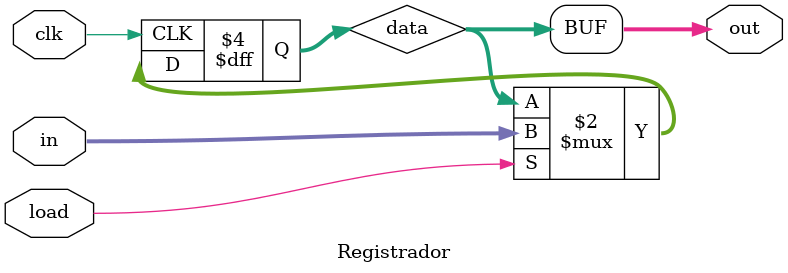
<source format=v>
module Registrador
 #(parameter BITS = 64) (
  input        clk,
  input        load,
  input  [BITS-1:0] in,
  output [BITS-1:0] out
);

reg [BITS-1:0] data;


always @(posedge clk)
begin
  if (load)
    data <= in;
end

assign out = data;

endmodule
</source>
